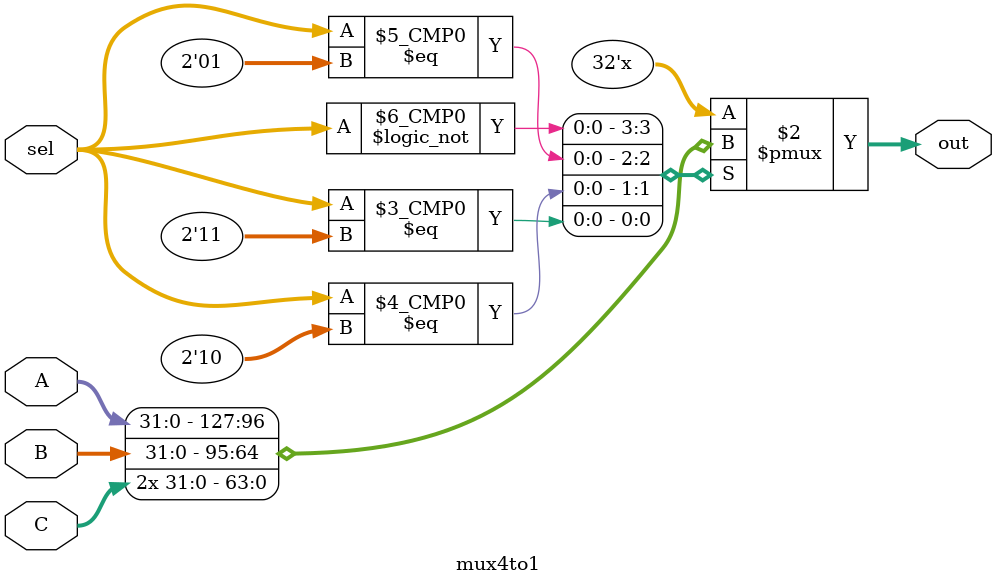
<source format=v>
module mux4to1 #(parameter DATA=32)(
input [DATA-1:0] A,
input [DATA-1:0] B,
input [DATA-1:0] C,
input [1:0] sel,
output reg [DATA-1:0] out
);

always @(*)
begin
case (sel)
2'b00: out=A;
2'b01: out=B;
2'b10: out=C;
2'b11: out=C;
endcase
end
endmodule

</source>
